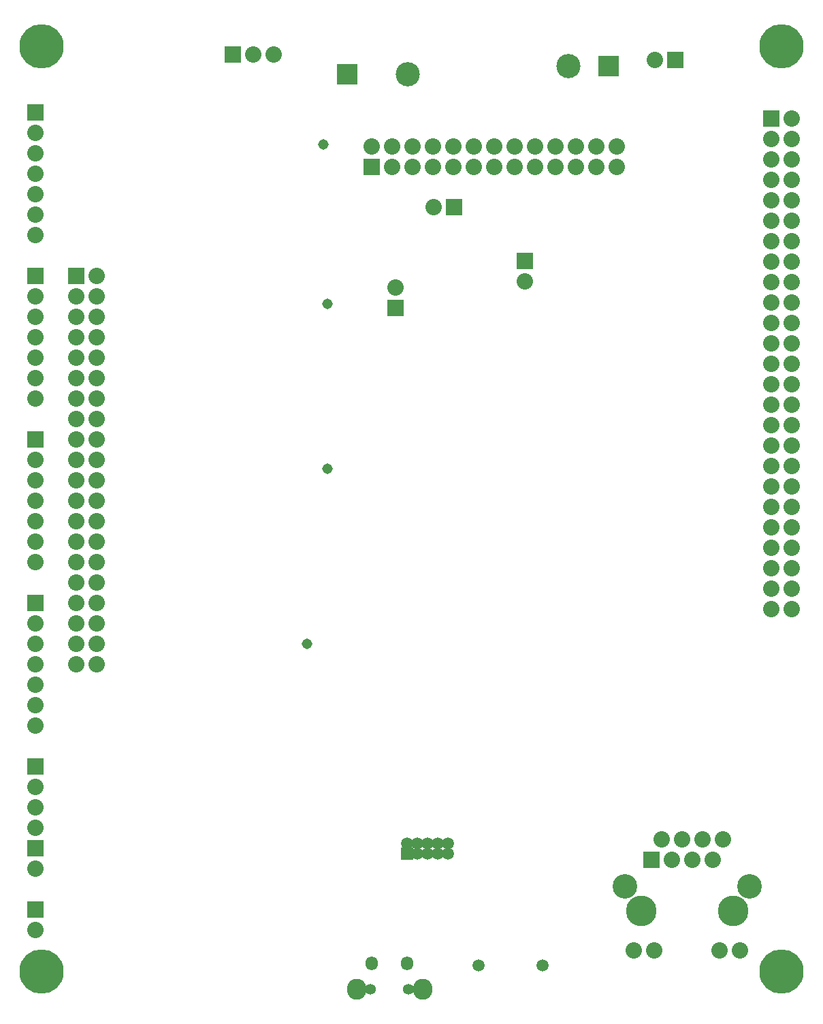
<source format=gbs>
G04 (created by PCBNEW (2013-05-18 BZR 4017)-stable) date Fri 12 Dec 2014 16:28:56 GMT*
%MOIN*%
G04 Gerber Fmt 3.4, Leading zero omitted, Abs format*
%FSLAX34Y34*%
G01*
G70*
G90*
G04 APERTURE LIST*
%ADD10C,0.00590551*%
%ADD11C,0.2169*%
%ADD12R,0.08X0.08*%
%ADD13C,0.08*%
%ADD14R,0.0987X0.0987*%
%ADD15C,0.1184*%
%ADD16R,0.0594X0.0594*%
%ADD17C,0.0594*%
%ADD18O,0.0594X0.0692*%
%ADD19O,0.0948X0.1027*%
%ADD20C,0.0535*%
%ADD21C,0.1499*%
%ADD22C,0.12*%
%ADD23C,0.0515*%
G04 APERTURE END LIST*
G54D10*
G54D11*
X37795Y46850D03*
G54D12*
X10935Y46430D03*
G54D13*
X11935Y46430D03*
X12935Y46430D03*
G54D14*
X16536Y45472D03*
G54D15*
X19488Y45472D03*
G54D14*
X29330Y45866D03*
G54D15*
X27362Y45866D03*
G54D12*
X1250Y43625D03*
G54D13*
X1250Y42625D03*
X1250Y41625D03*
X1250Y40625D03*
X1250Y39625D03*
X1250Y38625D03*
X1250Y37625D03*
G54D12*
X1250Y35625D03*
G54D13*
X1250Y34625D03*
X1250Y33625D03*
X1250Y32625D03*
X1250Y31625D03*
X1250Y30625D03*
X1250Y29625D03*
G54D12*
X1250Y27625D03*
G54D13*
X1250Y26625D03*
X1250Y25625D03*
X1250Y24625D03*
X1250Y23625D03*
X1250Y22625D03*
X1250Y21625D03*
G54D12*
X1250Y19625D03*
G54D13*
X1250Y18625D03*
X1250Y17625D03*
X1250Y16625D03*
X1250Y15625D03*
X1250Y14625D03*
X1250Y13625D03*
G54D12*
X1250Y11625D03*
G54D13*
X1250Y10625D03*
X1250Y9625D03*
X1250Y8625D03*
G54D12*
X32587Y46161D03*
G54D13*
X31587Y46161D03*
G54D12*
X1250Y7625D03*
G54D13*
X1250Y6625D03*
G54D12*
X1250Y4625D03*
G54D13*
X1250Y3625D03*
G54D16*
X19472Y7329D03*
G54D17*
X19472Y7829D03*
X19972Y7329D03*
X19972Y7829D03*
X20472Y7329D03*
X20472Y7829D03*
X20972Y7329D03*
X20972Y7829D03*
X21472Y7329D03*
X21472Y7829D03*
G54D12*
X21760Y38976D03*
G54D13*
X20760Y38976D03*
G54D17*
X22961Y1870D03*
X26103Y1870D03*
G54D12*
X37295Y43299D03*
G54D13*
X38295Y43299D03*
X37295Y38299D03*
X38295Y42299D03*
X37295Y37299D03*
X38295Y41299D03*
X37295Y36299D03*
X38295Y40299D03*
X37295Y35299D03*
X38295Y39299D03*
X37295Y34299D03*
X38295Y38299D03*
X37295Y33299D03*
X38295Y37299D03*
X37295Y32299D03*
X38295Y36299D03*
X37295Y31299D03*
X38295Y35299D03*
X37295Y30299D03*
X38295Y34299D03*
X37295Y29299D03*
X38295Y33299D03*
X37295Y28299D03*
X38295Y32299D03*
X38295Y31299D03*
X37295Y27299D03*
X38295Y30299D03*
X38295Y28299D03*
X38295Y27299D03*
X38295Y26299D03*
X38295Y25299D03*
X37295Y26299D03*
X37295Y25299D03*
X37295Y42299D03*
X37295Y41299D03*
X37295Y40299D03*
X37295Y39299D03*
X37295Y24299D03*
X38295Y24299D03*
X38295Y29299D03*
X37295Y23299D03*
X38295Y23299D03*
X37295Y22299D03*
X38295Y22299D03*
X37295Y21299D03*
X38295Y21299D03*
X37295Y20299D03*
X38295Y20299D03*
X37295Y19299D03*
X38295Y19299D03*
G54D18*
X17726Y1968D03*
X19478Y1968D03*
G54D19*
X20216Y716D03*
X16988Y716D03*
G54D20*
X19537Y716D03*
X17667Y716D03*
G54D21*
X30919Y4528D03*
X35419Y4528D03*
G54D13*
X34919Y8028D03*
X34421Y7028D03*
X33919Y8028D03*
X33421Y7028D03*
X32919Y8028D03*
X32421Y7028D03*
X31919Y8028D03*
G54D22*
X30119Y5729D03*
X36219Y5728D03*
G54D13*
X34777Y2599D03*
X31561Y2599D03*
X35777Y2599D03*
X30561Y2599D03*
G54D12*
X31421Y7028D03*
G54D23*
X15551Y26181D03*
X15354Y42028D03*
X15551Y34252D03*
X14567Y17618D03*
G54D12*
X17720Y40937D03*
G54D13*
X17720Y41937D03*
X18720Y40937D03*
X18720Y41937D03*
X19720Y40937D03*
X19720Y41937D03*
X20720Y40937D03*
X20720Y41937D03*
X21720Y40937D03*
X21720Y41937D03*
X22720Y40937D03*
X22720Y41937D03*
X23720Y40937D03*
X23720Y41937D03*
X24720Y40937D03*
X24720Y41937D03*
X25720Y40937D03*
X25720Y41937D03*
X26720Y40937D03*
X26720Y41937D03*
X27720Y40937D03*
X27720Y41937D03*
X28720Y40937D03*
X28720Y41937D03*
X29720Y40937D03*
X29720Y41937D03*
G54D12*
X3250Y35625D03*
G54D13*
X4250Y35625D03*
X3250Y30625D03*
X4250Y34625D03*
X3250Y29625D03*
X4250Y33625D03*
X3250Y28625D03*
X4250Y32625D03*
X3250Y27625D03*
X4250Y31625D03*
X3250Y26625D03*
X4250Y30625D03*
X3250Y25625D03*
X4250Y29625D03*
X3250Y24625D03*
X4250Y28625D03*
X3250Y23625D03*
X4250Y27625D03*
X3250Y22625D03*
X4250Y26625D03*
X3250Y21625D03*
X4250Y25625D03*
X3250Y20625D03*
X4250Y24625D03*
X4250Y23625D03*
X3250Y19625D03*
X4250Y22625D03*
X4250Y20625D03*
X4250Y19625D03*
X4250Y18625D03*
X4250Y17625D03*
X3250Y18625D03*
X3250Y17625D03*
X3250Y34625D03*
X3250Y33625D03*
X3250Y32625D03*
X3250Y31625D03*
X3250Y16625D03*
X4250Y16625D03*
X4250Y21625D03*
G54D12*
X25220Y36355D03*
G54D13*
X25220Y35355D03*
G54D12*
X18910Y34050D03*
G54D13*
X18910Y35050D03*
G54D11*
X1575Y46850D03*
X37795Y1575D03*
X1575Y1575D03*
M02*

</source>
